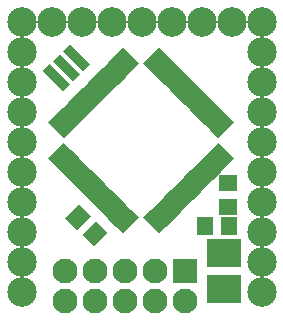
<source format=gbr>
G04 #@! TF.FileFunction,Soldermask,Top*
%FSLAX46Y46*%
G04 Gerber Fmt 4.6, Leading zero omitted, Abs format (unit mm)*
G04 Created by KiCad (PCBNEW 4.0.6) date 08/29/18 06:25:22*
%MOMM*%
%LPD*%
G01*
G04 APERTURE LIST*
%ADD10C,0.100000*%
%ADD11C,2.500000*%
%ADD12R,2.900000X2.350000*%
%ADD13R,1.400000X1.650000*%
%ADD14R,1.650000X1.400000*%
%ADD15R,2.100000X2.100000*%
%ADD16C,2.100000*%
G04 APERTURE END LIST*
D10*
D11*
X161569400Y-67843400D03*
X161569400Y-70383400D03*
X161569400Y-72923400D03*
X161569400Y-75463400D03*
X161569400Y-78003400D03*
X161569400Y-80543400D03*
X161569400Y-83083400D03*
X161569400Y-85623400D03*
X161569400Y-88163400D03*
X161569400Y-65303400D03*
X159029400Y-65303400D03*
X156489400Y-65303400D03*
X153949400Y-65303400D03*
X151409400Y-65303400D03*
X148869400Y-65303400D03*
X146329400Y-65303400D03*
X143789400Y-65303400D03*
X141249400Y-65303400D03*
X141249400Y-67843400D03*
X141249400Y-70383400D03*
X141249400Y-72923400D03*
X141249400Y-75463400D03*
X141249400Y-78003400D03*
X141249400Y-80543400D03*
X141249400Y-83083400D03*
X141249400Y-85623400D03*
X141249400Y-88163400D03*
D12*
X158421000Y-87890000D03*
X158421000Y-84840000D03*
D13*
X156781000Y-82615000D03*
X158781000Y-82615000D03*
D14*
X158731000Y-78965000D03*
X158731000Y-80965000D03*
D10*
G36*
X149171291Y-68140188D02*
X149843042Y-67468437D01*
X151186545Y-68811940D01*
X150514794Y-69483691D01*
X149171291Y-68140188D01*
X149171291Y-68140188D01*
G37*
G36*
X148605606Y-68705874D02*
X149277357Y-68034123D01*
X150620860Y-69377626D01*
X149949109Y-70049377D01*
X148605606Y-68705874D01*
X148605606Y-68705874D01*
G37*
G36*
X148039921Y-69271559D02*
X148711672Y-68599808D01*
X150055175Y-69943311D01*
X149383424Y-70615062D01*
X148039921Y-69271559D01*
X148039921Y-69271559D01*
G37*
G36*
X147474235Y-69837244D02*
X148145986Y-69165493D01*
X149489489Y-70508996D01*
X148817738Y-71180747D01*
X147474235Y-69837244D01*
X147474235Y-69837244D01*
G37*
G36*
X146908550Y-70402930D02*
X147580301Y-69731179D01*
X148923804Y-71074682D01*
X148252053Y-71746433D01*
X146908550Y-70402930D01*
X146908550Y-70402930D01*
G37*
G36*
X146342864Y-70968615D02*
X147014615Y-70296864D01*
X148358118Y-71640367D01*
X147686367Y-72312118D01*
X146342864Y-70968615D01*
X146342864Y-70968615D01*
G37*
G36*
X145777179Y-71534301D02*
X146448930Y-70862550D01*
X147792433Y-72206053D01*
X147120682Y-72877804D01*
X145777179Y-71534301D01*
X145777179Y-71534301D01*
G37*
G36*
X145211493Y-72099986D02*
X145883244Y-71428235D01*
X147226747Y-72771738D01*
X146554996Y-73443489D01*
X145211493Y-72099986D01*
X145211493Y-72099986D01*
G37*
G36*
X144645808Y-72665672D02*
X145317559Y-71993921D01*
X146661062Y-73337424D01*
X145989311Y-74009175D01*
X144645808Y-72665672D01*
X144645808Y-72665672D01*
G37*
G36*
X144080123Y-73231357D02*
X144751874Y-72559606D01*
X146095377Y-73903109D01*
X145423626Y-74574860D01*
X144080123Y-73231357D01*
X144080123Y-73231357D01*
G37*
G36*
X143514437Y-73797042D02*
X144186188Y-73125291D01*
X145529691Y-74468794D01*
X144857940Y-75140545D01*
X143514437Y-73797042D01*
X143514437Y-73797042D01*
G37*
G36*
X144186188Y-77544709D02*
X143514437Y-76872958D01*
X144857940Y-75529455D01*
X145529691Y-76201206D01*
X144186188Y-77544709D01*
X144186188Y-77544709D01*
G37*
G36*
X144751874Y-78110394D02*
X144080123Y-77438643D01*
X145423626Y-76095140D01*
X146095377Y-76766891D01*
X144751874Y-78110394D01*
X144751874Y-78110394D01*
G37*
G36*
X145317559Y-78676079D02*
X144645808Y-78004328D01*
X145989311Y-76660825D01*
X146661062Y-77332576D01*
X145317559Y-78676079D01*
X145317559Y-78676079D01*
G37*
G36*
X145883244Y-79241765D02*
X145211493Y-78570014D01*
X146554996Y-77226511D01*
X147226747Y-77898262D01*
X145883244Y-79241765D01*
X145883244Y-79241765D01*
G37*
G36*
X146448930Y-79807450D02*
X145777179Y-79135699D01*
X147120682Y-77792196D01*
X147792433Y-78463947D01*
X146448930Y-79807450D01*
X146448930Y-79807450D01*
G37*
G36*
X147014615Y-80373136D02*
X146342864Y-79701385D01*
X147686367Y-78357882D01*
X148358118Y-79029633D01*
X147014615Y-80373136D01*
X147014615Y-80373136D01*
G37*
G36*
X147580301Y-80938821D02*
X146908550Y-80267070D01*
X148252053Y-78923567D01*
X148923804Y-79595318D01*
X147580301Y-80938821D01*
X147580301Y-80938821D01*
G37*
G36*
X148145986Y-81504507D02*
X147474235Y-80832756D01*
X148817738Y-79489253D01*
X149489489Y-80161004D01*
X148145986Y-81504507D01*
X148145986Y-81504507D01*
G37*
G36*
X148711672Y-82070192D02*
X148039921Y-81398441D01*
X149383424Y-80054938D01*
X150055175Y-80726689D01*
X148711672Y-82070192D01*
X148711672Y-82070192D01*
G37*
G36*
X149277357Y-82635877D02*
X148605606Y-81964126D01*
X149949109Y-80620623D01*
X150620860Y-81292374D01*
X149277357Y-82635877D01*
X149277357Y-82635877D01*
G37*
G36*
X149843042Y-83201563D02*
X149171291Y-82529812D01*
X150514794Y-81186309D01*
X151186545Y-81858060D01*
X149843042Y-83201563D01*
X149843042Y-83201563D01*
G37*
G36*
X151575455Y-81858060D02*
X152247206Y-81186309D01*
X153590709Y-82529812D01*
X152918958Y-83201563D01*
X151575455Y-81858060D01*
X151575455Y-81858060D01*
G37*
G36*
X152141140Y-81292374D02*
X152812891Y-80620623D01*
X154156394Y-81964126D01*
X153484643Y-82635877D01*
X152141140Y-81292374D01*
X152141140Y-81292374D01*
G37*
G36*
X152706825Y-80726689D02*
X153378576Y-80054938D01*
X154722079Y-81398441D01*
X154050328Y-82070192D01*
X152706825Y-80726689D01*
X152706825Y-80726689D01*
G37*
G36*
X153272511Y-80161004D02*
X153944262Y-79489253D01*
X155287765Y-80832756D01*
X154616014Y-81504507D01*
X153272511Y-80161004D01*
X153272511Y-80161004D01*
G37*
G36*
X153838196Y-79595318D02*
X154509947Y-78923567D01*
X155853450Y-80267070D01*
X155181699Y-80938821D01*
X153838196Y-79595318D01*
X153838196Y-79595318D01*
G37*
G36*
X154403882Y-79029633D02*
X155075633Y-78357882D01*
X156419136Y-79701385D01*
X155747385Y-80373136D01*
X154403882Y-79029633D01*
X154403882Y-79029633D01*
G37*
G36*
X154969567Y-78463947D02*
X155641318Y-77792196D01*
X156984821Y-79135699D01*
X156313070Y-79807450D01*
X154969567Y-78463947D01*
X154969567Y-78463947D01*
G37*
G36*
X155535253Y-77898262D02*
X156207004Y-77226511D01*
X157550507Y-78570014D01*
X156878756Y-79241765D01*
X155535253Y-77898262D01*
X155535253Y-77898262D01*
G37*
G36*
X156100938Y-77332576D02*
X156772689Y-76660825D01*
X158116192Y-78004328D01*
X157444441Y-78676079D01*
X156100938Y-77332576D01*
X156100938Y-77332576D01*
G37*
G36*
X156666623Y-76766891D02*
X157338374Y-76095140D01*
X158681877Y-77438643D01*
X158010126Y-78110394D01*
X156666623Y-76766891D01*
X156666623Y-76766891D01*
G37*
G36*
X157232309Y-76201206D02*
X157904060Y-75529455D01*
X159247563Y-76872958D01*
X158575812Y-77544709D01*
X157232309Y-76201206D01*
X157232309Y-76201206D01*
G37*
G36*
X157904060Y-75140545D02*
X157232309Y-74468794D01*
X158575812Y-73125291D01*
X159247563Y-73797042D01*
X157904060Y-75140545D01*
X157904060Y-75140545D01*
G37*
G36*
X157338374Y-74574860D02*
X156666623Y-73903109D01*
X158010126Y-72559606D01*
X158681877Y-73231357D01*
X157338374Y-74574860D01*
X157338374Y-74574860D01*
G37*
G36*
X156772689Y-74009175D02*
X156100938Y-73337424D01*
X157444441Y-71993921D01*
X158116192Y-72665672D01*
X156772689Y-74009175D01*
X156772689Y-74009175D01*
G37*
G36*
X156207004Y-73443489D02*
X155535253Y-72771738D01*
X156878756Y-71428235D01*
X157550507Y-72099986D01*
X156207004Y-73443489D01*
X156207004Y-73443489D01*
G37*
G36*
X155641318Y-72877804D02*
X154969567Y-72206053D01*
X156313070Y-70862550D01*
X156984821Y-71534301D01*
X155641318Y-72877804D01*
X155641318Y-72877804D01*
G37*
G36*
X155075633Y-72312118D02*
X154403882Y-71640367D01*
X155747385Y-70296864D01*
X156419136Y-70968615D01*
X155075633Y-72312118D01*
X155075633Y-72312118D01*
G37*
G36*
X154509947Y-71746433D02*
X153838196Y-71074682D01*
X155181699Y-69731179D01*
X155853450Y-70402930D01*
X154509947Y-71746433D01*
X154509947Y-71746433D01*
G37*
G36*
X153944262Y-71180747D02*
X153272511Y-70508996D01*
X154616014Y-69165493D01*
X155287765Y-69837244D01*
X153944262Y-71180747D01*
X153944262Y-71180747D01*
G37*
G36*
X153378576Y-70615062D02*
X152706825Y-69943311D01*
X154050328Y-68599808D01*
X154722079Y-69271559D01*
X153378576Y-70615062D01*
X153378576Y-70615062D01*
G37*
G36*
X152812891Y-70049377D02*
X152141140Y-69377626D01*
X153484643Y-68034123D01*
X154156394Y-68705874D01*
X152812891Y-70049377D01*
X152812891Y-70049377D01*
G37*
G36*
X152247206Y-69483691D02*
X151575455Y-68811940D01*
X152918958Y-67468437D01*
X153590709Y-68140188D01*
X152247206Y-69483691D01*
X152247206Y-69483691D01*
G37*
D15*
X155121000Y-86395000D03*
D16*
X155121000Y-88935000D03*
X152581000Y-86395000D03*
X152581000Y-88935000D03*
X150041000Y-86395000D03*
X150041000Y-88935000D03*
X147501000Y-86395000D03*
X147501000Y-88935000D03*
X144961000Y-86395000D03*
X144961000Y-88935000D03*
D10*
G36*
X145359198Y-67139746D02*
X147056254Y-68836802D01*
X146419858Y-69473198D01*
X144722802Y-67776142D01*
X145359198Y-67139746D01*
X145359198Y-67139746D01*
G37*
G36*
X144510670Y-67988274D02*
X146207726Y-69685330D01*
X145571330Y-70321726D01*
X143874274Y-68624670D01*
X144510670Y-67988274D01*
X144510670Y-67988274D01*
G37*
G36*
X143662142Y-68836802D02*
X145359198Y-70533858D01*
X144722802Y-71170254D01*
X143025746Y-69473198D01*
X143662142Y-68836802D01*
X143662142Y-68836802D01*
G37*
G36*
X144942020Y-81914817D02*
X146108746Y-80748091D01*
X147098696Y-81738041D01*
X145931970Y-82904767D01*
X144942020Y-81914817D01*
X144942020Y-81914817D01*
G37*
G36*
X146356233Y-83329030D02*
X147522959Y-82162304D01*
X148512909Y-83152254D01*
X147346183Y-84318980D01*
X146356233Y-83329030D01*
X146356233Y-83329030D01*
G37*
M02*

</source>
